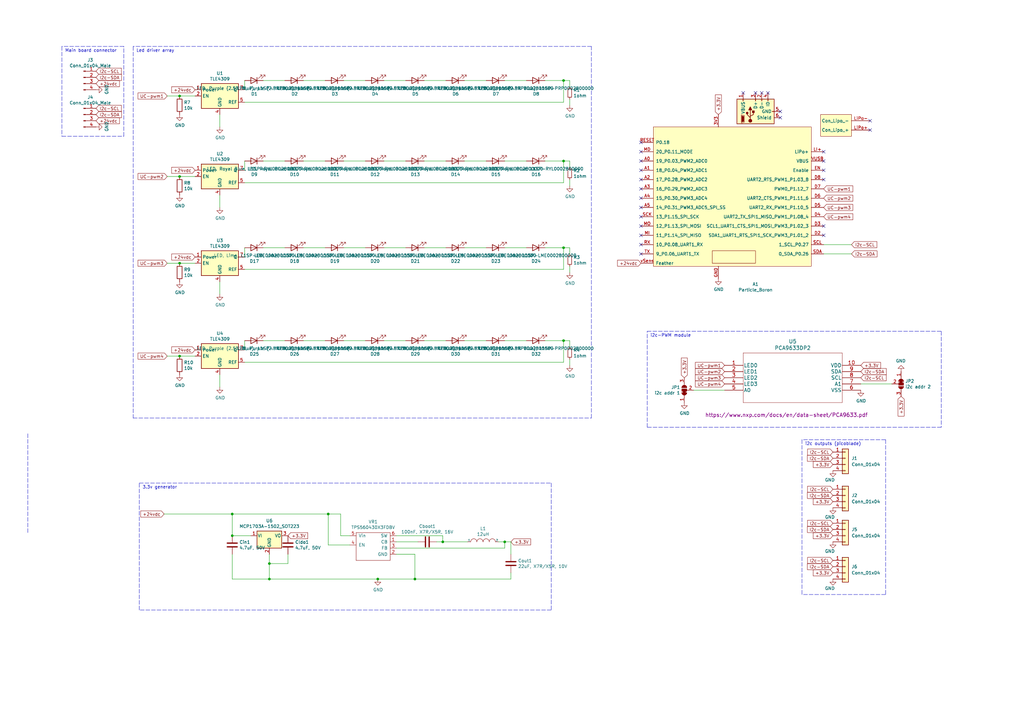
<source format=kicad_sch>
(kicad_sch (version 20231120) (generator "eeschema") (generator_version "8.0")
  (paper "A3")
  (title_block (title "Horticulture LED") (date "2021-06-15") (rev "3.4.0") (company "Horticulture project"))
  (lib_symbols
    (symbol "Connector:Conn_01x04_Male" (pin_names (offset 1.016) hide)
      (property "Reference" "J" (at 0 5.08 0))
      (property "Value" "Conn_01x04_Male" (at 0 -7.62 0))
      (symbol "Conn_01x04_Male_1_1"
        (pin passive line (at 5.08 2.54 180) (length 3.81) (name "Pin_1") (number "1"))
        (pin passive line (at 5.08 0 180) (length 3.81) (name "Pin_2") (number "2"))
        (pin passive line (at 5.08 -2.54 180) (length 3.81) (name "Pin_3") (number "3"))
        (pin passive line (at 5.08 -5.08 180) (length 3.81) (name "Pin_4") (number "4"))
      )
    )
    (symbol "Connector_Generic:Conn_01x04" (pin_names (offset 1.016) hide)
      (property "Reference" "J" (at 0 5.08 0))
      (property "Value" "Conn_01x04" (at 0 -7.62 0))
      (symbol "Conn_01x04_1_1"
        (pin passive line (at -5.08 2.54 0) (length 3.81) (name "Pin_1") (number "1"))
        (pin passive line (at -5.08 0 0) (length 3.81) (name "Pin_2") (number "2"))
        (pin passive line (at -5.08 -2.54 0) (length 3.81) (name "Pin_3") (number "3"))
        (pin passive line (at -5.08 -5.08 0) (length 3.81) (name "Pin_4") (number "4"))
      )
    )
    (symbol "Device:C" (pin_numbers hide) (pin_names (offset 0.254))
      (property "Reference" "C" (at 0.635 2.54 0))
      (property "Value" "C" (at 0.635 -2.54 0))
      (symbol "C_1_1"
        (pin passive line (at 0 3.81 270) (length 2.794) (name "~") (number "1"))
        (pin passive line (at 0 -3.81 90) (length 2.794) (name "~") (number "2"))
      )
    )
    (symbol "Device:R" (pin_numbers hide) (pin_names (offset 0))
      (property "Reference" "R" (at 2.032 0 90))
      (property "Value" "R" (at 0 0 90))
      (symbol "R_1_1"
        (pin passive line (at 0 3.81 270) (length 1.27) (name "~") (number "1"))
        (pin passive line (at 0 -3.81 90) (length 1.27) (name "~") (number "2"))
      )
    )
    (symbol "Horticulture-rescue:GND-power-test-rescue" (power) (pin_names (offset 0))
      (property "Value" "GND-power-test-rescue" (at 0 -3.81 0))
      (symbol "GND-power-test-rescue_1_1"
        (pin power_in line (at 0 0 270) (length 0) hide (name "GND") (number "1"))
      )
    )
    (symbol "Horticulture-rescue:LED-Device-test-rescue" (pin_numbers hide) (pin_names (offset 1.016) hide)
      (property "Reference" "D" (at 0 2.54 0))
      (property "Value" "LED-Device-test-rescue" (at 0 -2.54 0))
      (symbol "LED-Device-test-rescue_1_1"
        (pin passive line (at -3.81 0 0) (length 2.54) (name "K") (number "1"))
        (pin passive line (at 3.81 0 180) (length 2.54) (name "A") (number "2"))
      )
    )
    (symbol "Horticulture-rescue:R_Small-Device-test-rescue" (pin_numbers hide) (pin_names (offset 0.254) hide)
      (property "Reference" "R" (at 0.762 0.508 0))
      (property "Value" "R_Small-Device-test-rescue" (at 0.762 -1.016 0))
      (symbol "R_Small-Device-test-rescue_1_1"
        (pin passive line (at 0 2.54 270) (length 0.762) (name "~") (number "1"))
        (pin passive line (at 0 -2.54 90) (length 0.762) (name "~") (number "2"))
      )
    )
    (symbol "Horticulture-rescue:TLE4309-Driver_LED-test-rescue"
      (property "Reference" "U" (at -7.62 6.35 0))
      (property "Value" "TLE4309-Driver_LED-test-rescue" (at 7.62 6.35 0))
      (symbol "TLE4309-Driver_LED-test-rescue_1_0"
        (pin power_in line (at -10.16 2.54 0) (length 2.54) (name "Power") (number "1"))
        (pin input line (at -10.16 0 0) (length 2.54) (name "EN") (number "2"))
        (pin power_in line (at 0 -7.62 90) (length 2.54) (name "GND") (number "4"))
        (pin input line (at 10.16 -2.54 180) (length 2.54) (name "REF") (number "5"))
        (pin power_out line (at 10.16 2.54 180) (length 2.54) (name "Q") (number "7"))
      )
    )
    (symbol "Horticulture-rescue:TPS560430X3FDBV-Regulator_Switching" (pin_names (offset 1.016))
      (property "Reference" "VR" (at 0 0 0))
      (property "Value" "TPS560430X3FDBV-Regulator_Switching" (at 0 2.54 0))
      (symbol "TPS560430X3FDBV-Regulator_Switching_1_1"
        (pin input line (at 8.89 -5.08 180) (length 2.54) (name "CB") (number "1"))
        (pin input line (at 8.89 -10.16 180) (length 2.54) (name "GND") (number "2"))
        (pin input line (at 8.89 -7.62 180) (length 2.54) (name "FB") (number "3"))
        (pin input line (at -10.16 -6.35 0) (length 2.54) (name "EN") (number "4"))
        (pin input line (at -10.16 -2.54 0) (length 2.54) (name "Vin") (number "5"))
        (pin input line (at 8.89 -2.54 180) (length 2.54) (name "SW") (number "6"))
      )
    )
    (symbol "Horticulture-rescue:nrf-led-feather-rescue_PCA9633DP2-i2c-led-feather-cache" (pin_names (offset 0.254))
      (property "Reference" "U" (at 27.94 10.16 0))
      (property "Value" "nrf-led-feather-rescue_PCA9633DP2-i2c-led-feather-cache" (at 27.94 7.62 0))
      (symbol "nrf-led-feather-rescue_PCA9633DP2-i2c-led-feather-cache_1_1"
        (pin unspecified line (at 0 0 0) (length 7.62) (name "LED0") (number "1"))
        (pin unspecified line (at 55.88 0 180) (length 7.62) (name "VDD") (number "10"))
        (pin unspecified line (at 0 -2.54 0) (length 7.62) (name "LED1") (number "2"))
        (pin unspecified line (at 0 -5.08 0) (length 7.62) (name "LED2") (number "3"))
        (pin unspecified line (at 0 -7.62 0) (length 7.62) (name "LED3") (number "4"))
        (pin unspecified line (at 0 -10.16 0) (length 7.62) (name "A0") (number "5"))
        (pin unspecified line (at 55.88 -10.16 180) (length 7.62) (name "VSS") (number "6"))
        (pin unspecified line (at 55.88 -7.62 180) (length 7.62) (name "A1") (number "7"))
        (pin unspecified line (at 55.88 -5.08 180) (length 7.62) (name "SCL") (number "8"))
        (pin unspecified line (at 55.88 -2.54 180) (length 7.62) (name "SDA") (number "9"))
      )
    )
    (symbol "Jumper:SolderJumper_3_Bridged12" (pin_names (offset 0) hide)
      (property "Reference" "JP" (at -2.54 -2.54 0))
      (property "Value" "SolderJumper_3_Bridged12" (at 0 2.794 0))
      (symbol "SolderJumper_3_Bridged12_1_1"
        (pin passive line (at -5.08 0 0) (length 2.54) (name "A") (number "1"))
        (pin passive line (at 0 -3.81 90) (length 2.54) (name "C") (number "2"))
        (pin passive line (at 5.08 0 180) (length 2.54) (name "B") (number "3"))
      )
    )
    (symbol "Regulator_Linear:MCP1703A-1502_SOT223" (pin_names (offset 0.254))
      (property "Reference" "U" (at -3.81 3.175 0))
      (property "Value" "MCP1703A-1502_SOT223" (at 0 3.175 0))
      (symbol "MCP1703A-1502_SOT223_1_1"
        (pin power_in line (at -7.62 0 0) (length 2.54) (name "VI") (number "1"))
        (pin power_in line (at 0 -7.62 90) (length 2.54) (name "GND") (number "2"))
        (pin power_out line (at 7.62 0 180) (length 2.54) (name "VO") (number "3"))
      )
    )
    (symbol "particle:Particle_Boron" (pin_names (offset 1.016))
      (property "Reference" "A" (at -21.59 29.21 0))
      (property "Value" "Particle_Boron" (at 1.27 -27.94 0))
      (symbol "Particle_Boron_1_1"
        (pin power_out line (at 5.08 39.37 270) (length 2.54) (name "VBUS") (number "1"))
        (pin passive line (at 12.7 39.37 270) (length 2.54) (name "D-") (number "2"))
        (pin passive line (at 10.16 39.37 270) (length 2.54) (name "D+") (number "3"))
        (pin power_in line (at -5.08 30.48 270) (length 5.08) (name "~") (number "3V3"))
        (pin passive line (at 15.24 39.37 270) (length 2.54) (name "ID") (number "4"))
        (pin power_out line (at 20.32 31.75 180) (length 2.54) (name "GND") (number "5"))
        (pin passive line (at 20.32 29.21 180) (length 2.54) (name "Shield") (number "6"))
        (pin bidirectional line (at -36.83 11.43 0) (length 5.08) (name "19_P0.03_PWM2_ADC0") (number "A0"))
        (pin bidirectional line (at -36.83 7.62 0) (length 5.08) (name "18_P0.04_PWM2_ADC1") (number "A1"))
        (pin bidirectional line (at -36.83 3.81 0) (length 5.08) (name "17_P0.28_PWM2_ADC2") (number "A2"))
        (pin bidirectional line (at -36.83 0 0) (length 5.08) (name "16_P0.29_PWM2_ADC3") (number "A3"))
        (pin bidirectional line (at -36.83 -3.81 0) (length 5.08) (name "15_P0.30_PWM3_ADC4") (number "A4"))
        (pin bidirectional line (at -36.83 -7.62 0) (length 5.08) (name "14_P0.31_PWM3_ADC5_SPI_SS") (number "A5"))
        (pin bidirectional line (at 38.1 -19.05 180) (length 5.08) (name "SDA1_UART1_RTS_SPI1_SCK_PWM3_P1.01_2") (number "D2"))
        (pin bidirectional line (at 38.1 -15.24 180) (length 5.08) (name "SCL1_UART1_CTS_SPI1_MOSI_PWM3_P1.02_3") (number "D3"))
        (pin bidirectional line (at 38.1 -11.43 180) (length 5.08) (name "UART2_TX_SPI1_MISO_PWM1_P1.08_4") (number "D4"))
        (pin bidirectional line (at 38.1 -7.62 180) (length 5.08) (name "UART2_RX_PWM1_P1.10_5") (number "D5"))
        (pin bidirectional line (at 38.1 -3.81 180) (length 5.08) (name "UART2_CTS_PWM1_P1.11_6") (number "D6"))
        (pin bidirectional line (at 38.1 0 180) (length 5.08) (name "PWM0_P1.12_7") (number "D7"))
        (pin bidirectional line (at 38.1 3.81 180) (length 5.08) (name "UART2_RTS_PWM1_P1.03_8") (number "D8"))
        (pin passive line (at 38.1 7.62 180) (length 5.08) (name "Enable") (number "EN"))
        (pin power_in line (at -5.08 -36.83 90) (length 5.08) (name "~") (number "GND"))
        (pin power_in line (at 38.1 15.24 180) (length 5.08) (name "LiPo+") (number "LI+"))
        (pin passive line (at 57.15 24.13 180) (length 7.62) (name "Con_Lipo_+") (number "LiPo+"))
        (pin passive line (at 57.15 27.94 180) (length 7.62) (name "Con_Lipo_-") (number "LiPo-"))
        (pin passive line (at -36.83 15.24 0) (length 5.08) (name "20_P0.11_MODE") (number "MD"))
        (pin bidirectional line (at -36.83 -19.05 0) (length 5.08) (name "11_P1.14_SPI_MISO") (number "MI"))
        (pin bidirectional line (at -36.83 -15.24 0) (length 5.08) (name "12_P1.13_SPI_MOSI") (number "MO"))
        (pin passive line (at -36.83 19.05 0) (length 5.08) (name "P0.18") (number "RESET"))
        (pin input line (at -36.83 -22.86 0) (length 5.08) (name "10_P0.08_UART1_RX") (number "RX"))
        (pin bidirectional line (at -36.83 -11.43 0) (length 5.08) (name "13_P1.15_SPI_SCK") (number "SCK"))
        (pin bidirectional line (at 38.1 -22.86 180) (length 5.08) (name "1_SCL_P0.27") (number "SCL"))
        (pin bidirectional line (at 38.1 -26.67 180) (length 5.08) (name "0_SDA_P0.26") (number "SDA"))
        (pin output line (at -36.83 -26.67 0) (length 5.08) (name "9_P0.06_UART1_TX") (number "TX"))
        (pin power_in line (at 38.1 11.43 180) (length 5.08) (name "VBUS") (number "VUSB"))
        (pin input line (at -36.83 -30.48 0) (length 5.08) (name "Feather") (number "vSens"))
      )
    )
    (symbol "power:GND" (power) (pin_names (offset 0))
      (property "Value" "GND" (at 0 -3.81 0))
      (symbol "GND_1_1"
        (pin power_in line (at 0 0 270) (length 0) hide (name "GND") (number "1"))
      )
    )
    (symbol "pspice:INDUCTOR" (pin_numbers hide) (pin_names (offset 0))
      (property "Reference" "L" (at 0 2.54 0))
      (property "Value" "INDUCTOR" (at 0 -1.27 0))
      (symbol "INDUCTOR_1_1"
        (pin input line (at -6.35 0 0) (length 1.27) (name "1") (number "1"))
        (pin input line (at 6.35 0 180) (length 1.27) (name "2") (number "2"))
      )
    )
  )
  (junction (at 170.18 237.49))
  (junction (at 231.14 33.02))
  (junction (at 73.66 39.37))
  (junction (at 231.14 66.04))
  (junction (at 73.66 146.05))
  (junction (at 231.14 139.7))
  (junction (at 95.25 219.71))
  (junction (at 73.66 107.95))
  (junction (at 95.25 210.82))
  (junction (at 207.01 222.25))
  (junction (at 231.14 101.6))
  (junction (at 134.62 210.82))
  (junction (at 73.66 72.39))
  (junction (at 110.49 237.49))
  (junction (at 181.61 222.25))
  (junction (at 110.49 231.14))
  (junction (at 154.94 237.49))
  (no_connect (at 312.42 38.1))
  (no_connect (at 262.89 66.04))
  (no_connect (at 262.89 73.66))
  (no_connect (at 262.89 92.71))
  (no_connect (at 337.82 69.85))
  (no_connect (at 320.04 48.26))
  (no_connect (at 337.82 66.04))
  (no_connect (at 337.82 92.71))
  (no_connect (at 320.04 45.72))
  (no_connect (at 262.89 85.09))
  (no_connect (at 262.89 88.9))
  (no_connect (at 337.82 62.23))
  (no_connect (at 262.89 100.33))
  (no_connect (at 309.88 38.1))
  (no_connect (at 262.89 62.23))
  (no_connect (at 262.89 96.52))
  (no_connect (at 356.87 53.34))
  (no_connect (at 304.8 38.1))
  (no_connect (at 337.82 73.66))
  (no_connect (at 262.89 104.14))
  (no_connect (at 314.96 38.1))
  (no_connect (at 356.87 49.53))
  (no_connect (at 337.82 96.52))
  (no_connect (at 262.89 77.47))
  (no_connect (at 262.89 69.85))
  (no_connect (at 262.89 58.42))
  (no_connect (at 262.89 81.28))
  (wire (pts (xy 100.33 143.51) (xy 100.33 139.7)))
  (polyline (pts (xy 363.22 243.84) (xy 328.93 243.84)) (stroke (width 0) (type dash)))
  (wire (pts (xy 231.14 33.02) (xy 233.68 33.02)))
  (wire (pts (xy 231.14 66.04) (xy 233.68 66.04)))
  (polyline (pts (xy 50.8 19.05) (xy 25.4 19.05)) (stroke (width 0) (type dash)))
  (wire (pts (xy 139.7 219.71) (xy 139.7 210.82)))
  (wire (pts (xy 170.18 237.49) (xy 209.55 237.49)))
  (wire (pts (xy 73.66 107.95) (xy 68.58 107.95)))
  (wire (pts (xy 102.87 219.71) (xy 95.25 219.71)))
  (wire (pts (xy 100.33 110.49) (xy 231.14 110.49)))
  (wire (pts (xy 100.33 69.85) (xy 100.33 66.04)))
  (wire (pts (xy 95.25 210.82) (xy 134.62 210.82)))
  (wire (pts (xy 233.68 109.22) (xy 233.68 111.76)))
  (polyline (pts (xy 11.43 218.44) (xy 11.43 177.8)) (stroke (width 0) (type dash)))
  (wire (pts (xy 73.66 39.37) (xy 68.58 39.37)))
  (wire (pts (xy 231.14 110.49) (xy 231.14 101.6)))
  (wire (pts (xy 231.14 74.93) (xy 231.14 66.04)))
  (wire (pts (xy 190.5 66.04) (xy 199.39 66.04)))
  (wire (pts (xy 100.33 148.59) (xy 231.14 148.59)))
  (wire (pts (xy 90.17 115.57) (xy 90.17 120.65)))
  (wire (pts (xy 337.82 104.14) (xy 349.25 104.14)))
  (polyline (pts (xy 242.57 19.05) (xy 54.61 19.05)) (stroke (width 0) (type dash)))
  (wire (pts (xy 233.68 101.6) (xy 233.68 104.14)))
  (wire (pts (xy 179.07 222.25) (xy 181.61 222.25)))
  (polyline (pts (xy 386.08 175.26) (xy 265.43 175.26)) (stroke (width 0) (type dash)))
  (wire (pts (xy 190.5 33.02) (xy 199.39 33.02)))
  (polyline (pts (xy 25.4 55.88) (xy 50.8 55.88)) (stroke (width 0) (type dash)))
  (wire (pts (xy 233.68 139.7) (xy 233.68 142.24)))
  (wire (pts (xy 133.35 101.6) (xy 124.46 101.6)))
  (wire (pts (xy 80.01 72.39) (xy 73.66 72.39)))
  (wire (pts (xy 118.11 231.14) (xy 110.49 231.14)))
  (wire (pts (xy 162.56 227.33) (xy 170.18 227.33)))
  (wire (pts (xy 181.61 219.71) (xy 181.61 222.25)))
  (wire (pts (xy 223.52 33.02) (xy 231.14 33.02)))
  (wire (pts (xy 233.68 73.66) (xy 233.68 76.2)))
  (wire (pts (xy 162.56 222.25) (xy 171.45 222.25)))
  (wire (pts (xy 67.31 210.82) (xy 95.25 210.82)))
  (wire (pts (xy 118.11 227.33) (xy 118.11 231.14)))
  (wire (pts (xy 149.86 101.6) (xy 140.97 101.6)))
  (wire (pts (xy 207.01 139.7) (xy 215.9 139.7)))
  (polyline (pts (xy 265.43 175.26) (xy 265.43 135.89)) (stroke (width 0) (type dash)))
  (polyline (pts (xy 54.61 171.45) (xy 242.57 171.45)) (stroke (width 0) (type dash)))
  (wire (pts (xy 80.01 146.05) (xy 73.66 146.05)))
  (polyline (pts (xy 242.57 171.45) (xy 242.57 19.05)) (stroke (width 0) (type dash)))
  (wire (pts (xy 140.97 33.02) (xy 149.86 33.02)))
  (wire (pts (xy 207.01 66.04) (xy 215.9 66.04)))
  (polyline (pts (xy 363.22 180.34) (xy 363.22 243.84)) (stroke (width 0) (type dash)))
  (wire (pts (xy 90.17 46.99) (xy 90.17 52.07)))
  (polyline (pts (xy 57.15 250.19) (xy 57.15 198.12)) (stroke (width 0) (type dash)))
  (wire (pts (xy 337.82 100.33) (xy 349.25 100.33)))
  (wire (pts (xy 95.25 210.82) (xy 95.25 219.71)))
  (wire (pts (xy 124.46 33.02) (xy 133.35 33.02)))
  (wire (pts (xy 143.51 219.71) (xy 139.7 219.71)))
  (wire (pts (xy 157.48 139.7) (xy 166.37 139.7)))
  (wire (pts (xy 154.94 237.49) (xy 170.18 237.49)))
  (wire (pts (xy 157.48 33.02) (xy 166.37 33.02)))
  (wire (pts (xy 233.68 40.64) (xy 233.68 43.18)))
  (polyline (pts (xy 265.43 135.89) (xy 386.08 135.89)) (stroke (width 0) (type dash)))
  (wire (pts (xy 233.68 33.02) (xy 233.68 35.56)))
  (wire (pts (xy 365.76 157.48) (xy 353.06 157.48)))
  (polyline (pts (xy 328.93 180.34) (xy 328.93 243.84)) (stroke (width 0) (type dash)))
  (wire (pts (xy 100.33 105.41) (xy 100.33 101.6)))
  (wire (pts (xy 100.33 41.91) (xy 231.14 41.91)))
  (wire (pts (xy 157.48 66.04) (xy 166.37 66.04)))
  (wire (pts (xy 162.56 224.79) (xy 207.01 224.79)))
  (wire (pts (xy 100.33 36.83) (xy 100.33 33.02)))
  (wire (pts (xy 73.66 72.39) (xy 68.58 72.39)))
  (wire (pts (xy 107.95 139.7) (xy 116.84 139.7)))
  (wire (pts (xy 124.46 139.7) (xy 133.35 139.7)))
  (wire (pts (xy 223.52 66.04) (xy 231.14 66.04)))
  (polyline (pts (xy 226.06 198.12) (xy 226.06 250.19)) (stroke (width 0) (type dash)))
  (wire (pts (xy 231.14 101.6) (xy 233.68 101.6)))
  (wire (pts (xy 284.48 160.02) (xy 297.18 160.02)))
  (wire (pts (xy 110.49 231.14) (xy 110.49 237.49)))
  (wire (pts (xy 181.61 222.25) (xy 191.77 222.25)))
  (polyline (pts (xy 25.4 19.05) (xy 25.4 55.88)) (stroke (width 0) (type dash)))
  (wire (pts (xy 223.52 139.7) (xy 231.14 139.7)))
  (wire (pts (xy 209.55 237.49) (xy 209.55 234.95)))
  (polyline (pts (xy 363.22 180.34) (xy 328.93 180.34)) (stroke (width 0) (type dash)))
  (wire (pts (xy 173.99 139.7) (xy 182.88 139.7)))
  (wire (pts (xy 162.56 219.71) (xy 181.61 219.71)))
  (wire (pts (xy 110.49 227.33) (xy 110.49 231.14)))
  (wire (pts (xy 95.25 237.49) (xy 110.49 237.49)))
  (wire (pts (xy 223.52 101.6) (xy 231.14 101.6)))
  (polyline (pts (xy 386.08 135.89) (xy 386.08 175.26)) (stroke (width 0) (type dash)))
  (wire (pts (xy 209.55 222.25) (xy 209.55 227.33)))
  (wire (pts (xy 107.95 33.02) (xy 116.84 33.02)))
  (wire (pts (xy 204.47 222.25) (xy 207.01 222.25)))
  (wire (pts (xy 100.33 74.93) (xy 231.14 74.93)))
  (wire (pts (xy 231.14 41.91) (xy 231.14 33.02)))
  (wire (pts (xy 207.01 33.02) (xy 215.9 33.02)))
  (wire (pts (xy 107.95 66.04) (xy 116.84 66.04)))
  (wire (pts (xy 231.14 139.7) (xy 233.68 139.7)))
  (wire (pts (xy 190.5 139.7) (xy 199.39 139.7)))
  (polyline (pts (xy 226.06 250.19) (xy 57.15 250.19)) (stroke (width 0) (type dash)))
  (wire (pts (xy 207.01 222.25) (xy 209.55 222.25)))
  (wire (pts (xy 134.62 223.52) (xy 143.51 223.52)))
  (wire (pts (xy 182.88 101.6) (xy 173.99 101.6)))
  (wire (pts (xy 233.68 66.04) (xy 233.68 68.58)))
  (wire (pts (xy 90.17 153.67) (xy 90.17 158.75)))
  (wire (pts (xy 124.46 66.04) (xy 133.35 66.04)))
  (wire (pts (xy 170.18 227.33) (xy 170.18 237.49)))
  (wire (pts (xy 134.62 210.82) (xy 134.62 223.52)))
  (wire (pts (xy 140.97 139.7) (xy 149.86 139.7)))
  (polyline (pts (xy 54.61 19.05) (xy 54.61 171.45)) (stroke (width 0) (type dash)))
  (wire (pts (xy 207.01 224.79) (xy 207.01 222.25)))
  (wire (pts (xy 90.17 80.01) (xy 90.17 85.09)))
  (wire (pts (xy 73.66 146.05) (xy 68.58 146.05)))
  (wire (pts (xy 173.99 66.04) (xy 182.88 66.04)))
  (wire (pts (xy 80.01 39.37) (xy 73.66 39.37)))
  (wire (pts (xy 215.9 101.6) (xy 207.01 101.6)))
  (wire (pts (xy 166.37 101.6) (xy 157.48 101.6)))
  (wire (pts (xy 173.99 33.02) (xy 182.88 33.02)))
  (polyline (pts (xy 57.15 198.12) (xy 226.06 198.12)) (stroke (width 0) (type dash)))
  (wire (pts (xy 233.68 147.32) (xy 233.68 149.86)))
  (wire (pts (xy 231.14 148.59) (xy 231.14 139.7)))
  (polyline (pts (xy 50.8 55.88) (xy 50.8 19.05)) (stroke (width 0) (type dash)))
  (wire (pts (xy 110.49 237.49) (xy 154.94 237.49)))
  (wire (pts (xy 139.7 210.82) (xy 134.62 210.82)))
  (wire (pts (xy 80.01 107.95) (xy 73.66 107.95)))
  (wire (pts (xy 199.39 101.6) (xy 190.5 101.6)))
  (wire (pts (xy 95.25 237.49) (xy 95.25 227.33)))
  (wire (pts (xy 116.84 101.6) (xy 107.95 101.6)))
  (wire (pts (xy 140.97 66.04) (xy 149.86 66.04)))
  (text "i2c-PWM module" (at 266.7 138.43 0) (effects (font (size 1.27 1.27)) (justify left bottom)))
  (text "Main board connector" (at 26.67 21.59 0) (effects (font (size 1.27 1.27)) (justify left bottom)))
  (text "i2c outputs (picoblade)" (at 330.2 182.88 0) (effects (font (size 1.27 1.27)) (justify left bottom)))
  (text "3.3v generator" (at 58.42 200.66 0) (effects (font (size 1.27 1.27)) (justify left bottom)))
  (text "Led driver array" (at 55.88 21.59 0) (effects (font (size 1.27 1.27)) (justify left bottom)))
  (global_label "UC-pwm4" (shape input) (at 68.58 146.05 180) (property "Intersheetrefs" "${INTERSHEET_REFS}" (effects (hide yes))))
  (global_label "UC-pwm3" (shape input) (at 68.58 107.95 180) (property "Intersheetrefs" "${INTERSHEET_REFS}" (effects (hide yes))))
  (global_label "+24vdc" (shape input) (at 80.01 36.83 180) (property "Intersheetrefs" "${INTERSHEET_REFS}" (effects (hide yes))))
  (global_label "+3.3V" (shape input) (at 341.63 205.74 180) (property "Intersheetrefs" "${INTERSHEET_REFS}" (effects (hide yes))))
  (global_label "I2c-SDA" (shape input) (at 349.25 104.14 0) (property "Intersheetrefs" "${INTERSHEET_REFS}" (effects (hide yes))))
  (global_label "+24vdc" (shape input) (at 80.01 69.85 180) (property "Intersheetrefs" "${INTERSHEET_REFS}" (effects (hide yes))))
  (global_label "+3.3V" (shape input) (at 341.63 234.95 180) (property "Intersheetrefs" "${INTERSHEET_REFS}" (effects (hide yes))))
  (global_label "UC-pwm3" (shape input) (at 297.18 154.94 180) (property "Intersheetrefs" "${INTERSHEET_REFS}" (effects (hide yes))))
  (global_label "+24vdc" (shape input) (at 39.37 49.53 0) (property "Intersheetrefs" "${INTERSHEET_REFS}" (effects (hide yes))))
  (global_label "+24vdc" (shape input) (at 67.31 210.82 180) (property "Intersheetrefs" "${INTERSHEET_REFS}" (effects (hide yes))))
  (global_label "I2c-SCL" (shape input) (at 39.37 44.45 0) (property "Intersheetrefs" "${INTERSHEET_REFS}" (effects (hide yes))))
  (global_label "UC-pwm1" (shape input) (at 68.58 39.37 180) (property "Intersheetrefs" "${INTERSHEET_REFS}" (effects (hide yes))))
  (global_label "I2c-SDA" (shape input) (at 341.63 217.17 180) (property "Intersheetrefs" "${INTERSHEET_REFS}" (effects (hide yes))))
  (global_label "+3.3V" (shape input) (at 369.57 162.56 270) (property "Intersheetrefs" "${INTERSHEET_REFS}" (effects (hide yes))))
  (global_label "UC-pwm4" (shape input) (at 337.82 88.9 0) (property "Intersheetrefs" "${INTERSHEET_REFS}" (effects (hide yes))))
  (global_label "I2c-SCL" (shape input) (at 341.63 214.63 180) (property "Intersheetrefs" "${INTERSHEET_REFS}" (effects (hide yes))))
  (global_label "UC-pwm1" (shape input) (at 337.82 77.47 0) (property "Intersheetrefs" "${INTERSHEET_REFS}" (effects (hide yes))))
  (global_label "I2c-SDA" (shape input) (at 341.63 203.2 180) (property "Intersheetrefs" "${INTERSHEET_REFS}" (effects (hide yes))))
  (global_label "+24vdc" (shape input) (at 262.89 107.95 180) (property "Intersheetrefs" "${INTERSHEET_REFS}" (effects (hide yes))))
  (global_label "I2c-SDA" (shape input) (at 353.06 152.4 0) (property "Intersheetrefs" "${INTERSHEET_REFS}" (effects (hide yes))))
  (global_label "+3.3V" (shape input) (at 353.06 149.86 0) (property "Intersheetrefs" "${INTERSHEET_REFS}" (effects (hide yes))))
  (global_label "I2c-SCL" (shape input) (at 353.06 154.94 0) (property "Intersheetrefs" "${INTERSHEET_REFS}" (effects (hide yes))))
  (global_label "+3.3V" (shape input) (at 209.55 222.25 0) (property "Intersheetrefs" "${INTERSHEET_REFS}" (effects (hide yes))))
  (global_label "I2c-SCL" (shape input) (at 341.63 185.42 180) (property "Intersheetrefs" "${INTERSHEET_REFS}" (effects (hide yes))))
  (global_label "+3.3V" (shape input) (at 341.63 219.71 180) (property "Intersheetrefs" "${INTERSHEET_REFS}" (effects (hide yes))))
  (global_label "UC-pwm2" (shape input) (at 337.82 81.28 0) (property "Intersheetrefs" "${INTERSHEET_REFS}" (effects (hide yes))))
  (global_label "I2c-SCL" (shape input) (at 39.37 29.21 0) (property "Intersheetrefs" "${INTERSHEET_REFS}" (effects (hide yes))))
  (global_label "+3.3V" (shape input) (at 280.67 154.94 90) (property "Intersheetrefs" "${INTERSHEET_REFS}" (effects (hide yes))))
  (global_label "I2c-SDA" (shape input) (at 341.63 187.96 180) (property "Intersheetrefs" "${INTERSHEET_REFS}" (effects (hide yes))))
  (global_label "I2c-SDA" (shape input) (at 39.37 31.75 0) (property "Intersheetrefs" "${INTERSHEET_REFS}" (effects (hide yes))))
  (global_label "UC-pwm1" (shape input) (at 297.18 149.86 180) (property "Intersheetrefs" "${INTERSHEET_REFS}" (effects (hide yes))))
  (global_label "+3.3V" (shape input) (at 294.64 46.99 90) (property "Intersheetrefs" "${INTERSHEET_REFS}" (effects (hide yes))))
  (global_label "I2c-SDA" (shape input) (at 341.63 232.41 180) (property "Intersheetrefs" "${INTERSHEET_REFS}" (effects (hide yes))))
  (global_label "I2c-SCL" (shape input) (at 341.63 229.87 180) (property "Intersheetrefs" "${INTERSHEET_REFS}" (effects (hide yes))))
  (global_label "+3.3V" (shape input) (at 118.11 219.71 0) (property "Intersheetrefs" "${INTERSHEET_REFS}" (effects (hide yes))))
  (global_label "UC-pwm3" (shape input) (at 337.82 85.09 0) (property "Intersheetrefs" "${INTERSHEET_REFS}" (effects (hide yes))))
  (global_label "+24vdc" (shape input) (at 80.01 105.41 180) (property "Intersheetrefs" "${INTERSHEET_REFS}" (effects (hide yes))))
  (global_label "+24vdc" (shape input) (at 80.01 143.51 180) (property "Intersheetrefs" "${INTERSHEET_REFS}" (effects (hide yes))))
  (global_label "I2c-SDA" (shape input) (at 39.37 46.99 0) (property "Intersheetrefs" "${INTERSHEET_REFS}" (effects (hide yes))))
  (global_label "UC-pwm2" (shape input) (at 68.58 72.39 180) (property "Intersheetrefs" "${INTERSHEET_REFS}" (effects (hide yes))))
  (global_label "UC-pwm2" (shape input) (at 297.18 152.4 180) (property "Intersheetrefs" "${INTERSHEET_REFS}" (effects (hide yes))))
  (global_label "+24vdc" (shape input) (at 39.37 34.29 0) (property "Intersheetrefs" "${INTERSHEET_REFS}" (effects (hide yes))))
  (global_label "I2c-SCL" (shape input) (at 341.63 200.66 180) (property "Intersheetrefs" "${INTERSHEET_REFS}" (effects (hide yes))))
  (global_label "I2c-SCL" (shape input) (at 349.25 100.33 0) (property "Intersheetrefs" "${INTERSHEET_REFS}" (effects (hide yes))))
  (global_label "UC-pwm4" (shape input) (at 297.18 157.48 180) (property "Intersheetrefs" "${INTERSHEET_REFS}" (effects (hide yes))))
  (global_label "+3.3V" (shape input) (at 341.63 190.5 180) (property "Intersheetrefs" "${INTERSHEET_REFS}" (effects (hide yes))))
  (symbol (lib_id "Horticulture-rescue:GND-power-test-rescue") (at 233.68 149.86 0) (unit 1)
    (property "Reference" "#PWR0102" (effects (hide yes)))
    (property "Value" "GND" (at 233.807 154.2542 0))
  )
  (symbol (lib_id "Horticulture-rescue:LED-Device-test-rescue") (at 153.67 66.04 180) (unit 1)
    (property "Reference" "D12" (at 153.8478 71.5518 0))
    (property "Value" "LED, Royal Blue, L1SP-RYL0002800000" (at 153.8478 69.2404 0))
    (property "Footprint" "LED_SMD:Sunplus-2835" (effects (hide yes)))
    (property "Datasheet" "https://lumileds.com/wp-content/uploads/files/DS237-luxeon-sunplus-2835-line-datasheet.pdf" (effects (hide yes)))
  )
  (symbol (lib_id "Horticulture-rescue:LED-Device-test-rescue") (at 137.16 66.04 180) (unit 1)
    (property "Reference" "D11" (at 137.3378 71.5518 0))
    (property "Value" "LED, Royal Blue, L1SP-RYL0002800000" (at 137.3378 69.2404 0))
    (property "Footprint" "LED_SMD:Sunplus-2835" (effects (hide yes)))
    (property "Datasheet" "https://lumileds.com/wp-content/uploads/files/DS237-luxeon-sunplus-2835-line-datasheet.pdf" (effects (hide yes)))
  )
  (symbol (lib_id "Horticulture-rescue:LED-Device-test-rescue") (at 120.65 66.04 180) (unit 1)
    (property "Reference" "D10" (at 120.8278 71.5518 0))
    (property "Value" "LED, Royal Blue, L1SP-RYL0002800000" (at 120.8278 69.2404 0))
    (property "Footprint" "LED_SMD:Sunplus-2835" (effects (hide yes)))
    (property "Datasheet" "https://lumileds.com/wp-content/uploads/files/DS237-luxeon-sunplus-2835-line-datasheet.pdf" (effects (hide yes)))
  )
  (symbol (lib_id "Horticulture-rescue:LED-Device-test-rescue") (at 104.14 66.04 180) (unit 1)
    (property "Reference" "D9" (at 104.3178 71.5518 0))
    (property "Value" "LED, Royal Blue, L1SP-RYL0002800000" (at 104.3178 69.2404 0))
    (property "Footprint" "LED_SMD:Sunplus-2835" (effects (hide yes)))
    (property "Datasheet" "https://lumileds.com/wp-content/uploads/files/DS237-luxeon-sunplus-2835-line-datasheet.pdf" (effects (hide yes)))
  )
  (symbol (lib_id "Horticulture-rescue:LED-Device-test-rescue") (at 219.71 33.02 180) (unit 1)
    (property "Reference" "D8" (at 219.8878 38.5318 0))
    (property "Value" "LED, Purple (2.5% Blue), L1SP-PRP0002800000" (at 219.8878 36.2204 0))
    (property "Footprint" "LED_SMD:Sunplus-2835" (effects (hide yes)))
    (property "Datasheet" "https://lumileds.com/wp-content/uploads/files/DS237-luxeon-sunplus-2835-line-datasheet.pdf" (effects (hide yes)))
  )
  (symbol (lib_id "Horticulture-rescue:LED-Device-test-rescue") (at 203.2 33.02 180) (unit 1)
    (property "Reference" "D7" (at 203.3778 38.5318 0))
    (property "Value" "LED, Purple (2.5% Blue), L1SP-PRP0002800000" (at 203.3778 36.2204 0))
    (property "Footprint" "LED_SMD:Sunplus-2835" (effects (hide yes)))
    (property "Datasheet" "https://lumileds.com/wp-content/uploads/files/DS237-luxeon-sunplus-2835-line-datasheet.pdf" (effects (hide yes)))
  )
  (symbol (lib_id "Horticulture-rescue:LED-Device-test-rescue") (at 120.65 101.6 180) (unit 1)
    (property "Reference" "D18" (at 120.8278 107.1118 0))
    (property "Value" "LED, Lime, L1SP-LME0002800000" (at 120.8278 104.8004 0))
    (property "Footprint" "LED_SMD:Sunplus-2835" (effects (hide yes)))
    (property "Datasheet" "https://lumileds.com/wp-content/uploads/files/DS237-luxeon-sunplus-2835-line-datasheet.pdf" (effects (hide yes)))
  )
  (symbol (lib_id "Horticulture-rescue:LED-Device-test-rescue") (at 104.14 101.6 180) (unit 1)
    (property "Reference" "D17" (at 104.3178 107.1118 0))
    (property "Value" "LED, Lime, L1SP-LME0002800000" (at 104.3178 104.8004 0))
    (property "Footprint" "LED_SMD:Sunplus-2835" (effects (hide yes)))
    (property "Datasheet" "https://lumileds.com/wp-content/uploads/files/DS237-luxeon-sunplus-2835-line-datasheet.pdf" (effects (hide yes)))
  )
  (symbol (lib_id "Horticulture-rescue:LED-Device-test-rescue") (at 219.71 66.04 180) (unit 1)
    (property "Reference" "D16" (at 219.8878 71.5518 0))
    (property "Value" "LED, Royal Blue, L1SP-RYL0002800000" (at 219.8878 69.2404 0))
    (property "Footprint" "LED_SMD:Sunplus-2835" (effects (hide yes)))
    (property "Datasheet" "https://lumileds.com/wp-content/uploads/files/DS237-luxeon-sunplus-2835-line-datasheet.pdf" (effects (hide yes)))
  )
  (symbol (lib_id "Horticulture-rescue:LED-Device-test-rescue") (at 203.2 66.04 180) (unit 1)
    (property "Reference" "D15" (at 203.3778 71.5518 0))
    (property "Value" "LED, Royal Blue, L1SP-RYL0002800000" (at 203.3778 69.2404 0))
    (property "Footprint" "LED_SMD:Sunplus-2835" (effects (hide yes)))
    (property "Datasheet" "https://lumileds.com/wp-content/uploads/files/DS237-luxeon-sunplus-2835-line-datasheet.pdf" (effects (hide yes)))
  )
  (symbol (lib_id "Horticulture-rescue:LED-Device-test-rescue") (at 186.69 66.04 180) (unit 1)
    (property "Reference" "D14" (at 186.8678 71.5518 0))
    (property "Value" "LED, Royal Blue, L1SP-RYL0002800000" (at 186.8678 69.2404 0))
    (property "Footprint" "LED_SMD:Sunplus-2835" (effects (hide yes)))
    (property "Datasheet" "https://lumileds.com/wp-content/uploads/files/DS237-luxeon-sunplus-2835-line-datasheet.pdf" (effects (hide yes)))
  )
  (symbol (lib_id "Horticulture-rescue:LED-Device-test-rescue") (at 170.18 66.04 180) (unit 1)
    (property "Reference" "D13" (at 170.3578 71.5518 0))
    (property "Value" "LED, Royal Blue, L1SP-RYL0002800000" (at 170.3578 69.2404 0))
    (property "Footprint" "LED_SMD:Sunplus-2835" (effects (hide yes)))
    (property "Datasheet" "https://lumileds.com/wp-content/uploads/files/DS237-luxeon-sunplus-2835-line-datasheet.pdf" (effects (hide yes)))
  )
  (symbol (lib_id "Horticulture-rescue:LED-Device-test-rescue") (at 219.71 101.6 180) (unit 1)
    (property "Reference" "D24" (at 219.8878 107.1118 0))
    (property "Value" "LED, Lime, L1SP-LME0002800000" (at 219.8878 104.8004 0))
    (property "Footprint" "LED_SMD:Sunplus-2835" (effects (hide yes)))
    (property "Datasheet" "https://lumileds.com/wp-content/uploads/files/DS237-luxeon-sunplus-2835-line-datasheet.pdf" (effects (hide yes)))
  )
  (symbol (lib_id "Horticulture-rescue:LED-Device-test-rescue") (at 203.2 101.6 180) (unit 1)
    (property "Reference" "D23" (at 203.3778 107.1118 0))
    (property "Value" "LED, Lime, L1SP-LME0002800000" (at 203.3778 104.8004 0))
    (property "Footprint" "LED_SMD:Sunplus-2835" (effects (hide yes)))
    (property "Datasheet" "https://lumileds.com/wp-content/uploads/files/DS237-luxeon-sunplus-2835-line-datasheet.pdf" (effects (hide yes)))
  )
  (symbol (lib_id "Horticulture-rescue:LED-Device-test-rescue") (at 186.69 101.6 180) (unit 1)
    (property "Reference" "D22" (at 186.8678 107.1118 0))
    (property "Value" "LED, Lime, L1SP-LME0002800000" (at 186.8678 104.8004 0))
    (property "Footprint" "LED_SMD:Sunplus-2835" (effects (hide yes)))
    (property "Datasheet" "https://lumileds.com/wp-content/uploads/files/DS237-luxeon-sunplus-2835-line-datasheet.pdf" (effects (hide yes)))
  )
  (symbol (lib_id "Horticulture-rescue:LED-Device-test-rescue") (at 170.18 101.6 180) (unit 1)
    (property "Reference" "D21" (at 170.3578 107.1118 0))
    (property "Value" "LED, Lime, L1SP-LME0002800000" (at 170.3578 104.8004 0))
    (property "Footprint" "LED_SMD:Sunplus-2835" (effects (hide yes)))
    (property "Datasheet" "https://lumileds.com/wp-content/uploads/files/DS237-luxeon-sunplus-2835-line-datasheet.pdf" (effects (hide yes)))
  )
  (symbol (lib_id "Horticulture-rescue:LED-Device-test-rescue") (at 153.67 101.6 180) (unit 1)
    (property "Reference" "D20" (at 153.8478 107.1118 0))
    (property "Value" "LED, Lime, L1SP-LME0002800000" (at 153.8478 104.8004 0))
    (property "Footprint" "LED_SMD:Sunplus-2835" (effects (hide yes)))
    (property "Datasheet" "https://lumileds.com/wp-content/uploads/files/DS237-luxeon-sunplus-2835-line-datasheet.pdf" (effects (hide yes)))
  )
  (symbol (lib_id "Horticulture-rescue:LED-Device-test-rescue") (at 137.16 101.6 180) (unit 1)
    (property "Reference" "D19" (at 137.3378 107.1118 0))
    (property "Value" "LED, Lime, L1SP-LME0002800000" (at 137.3378 104.8004 0))
    (property "Footprint" "LED_SMD:Sunplus-2835" (effects (hide yes)))
    (property "Datasheet" "https://lumileds.com/wp-content/uploads/files/DS237-luxeon-sunplus-2835-line-datasheet.pdf" (effects (hide yes)))
  )
  (symbol (lib_id "Horticulture-rescue:TLE4309-Driver_LED-test-rescue") (at 90.17 146.05 0) (unit 1)
    (property "Reference" "U4" (at 90.17 136.7282 0))
    (property "Value" "TLE4309" (at 90.17 139.0396 0))
    (property "Footprint" "Package_TO_SOT_SMD:TO-263-7_TabPin4" (effects (hide yes)))
    (property "Datasheet" "https://www.st.com/resource/en/datasheet/led5000.pdf" (effects (hide yes)))
    (property "Supplier" "https://no.rs-online.com/web/p/led-driver-ics/0492957/" (effects (hide yes)))
  )
  (symbol (lib_id "Horticulture-rescue:R_Small-Device-test-rescue") (at 233.68 144.78 0) (unit 1)
    (property "Reference" "R4" (at 235.1786 143.6116 0) (effects (justify left)))
    (property "Value" "1ohm" (at 235.1786 145.923 0) (effects (justify left)))
    (property "Footprint" "Resistor_SMD:R_0805_2012Metric" (effects (hide yes)))
  )
  (symbol (lib_id "Horticulture-rescue:GND-power-test-rescue") (at 90.17 158.75 0) (unit 1)
    (property "Reference" "#PWR0101" (effects (hide yes)))
    (property "Value" "GND" (at 90.297 163.1442 0))
  )
  (symbol (lib_id "Horticulture-rescue:GND-power-test-rescue") (at 90.17 120.65 0) (unit 1)
    (property "Reference" "#PWR0103" (effects (hide yes)))
    (property "Value" "GND" (at 90.297 125.0442 0))
  )
  (symbol (lib_id "Horticulture-rescue:R_Small-Device-test-rescue") (at 233.68 106.68 0) (unit 1)
    (property "Reference" "R3" (at 235.1786 105.5116 0) (effects (justify left)))
    (property "Value" "1ohm" (at 235.1786 107.823 0) (effects (justify left)))
    (property "Footprint" "Resistor_SMD:R_0805_2012Metric" (effects (hide yes)))
  )
  (symbol (lib_id "Horticulture-rescue:TLE4309-Driver_LED-test-rescue") (at 90.17 107.95 0) (unit 1)
    (property "Reference" "U3" (at 90.17 98.6282 0))
    (property "Value" "TLE4309" (at 90.17 100.9396 0))
    (property "Footprint" "Package_TO_SOT_SMD:TO-263-7_TabPin4" (effects (hide yes)))
    (property "Datasheet" "https://www.st.com/resource/en/datasheet/led5000.pdf" (effects (hide yes)))
    (property "Supplier" "https://no.rs-online.com/web/p/led-driver-ics/0492957/" (effects (hide yes)))
  )
  (symbol (lib_id "Horticulture-rescue:GND-power-test-rescue") (at 233.68 111.76 0) (unit 1)
    (property "Reference" "#PWR0104" (effects (hide yes)))
    (property "Value" "GND" (at 233.807 116.1542 0))
  )
  (symbol (lib_id "Horticulture-rescue:GND-power-test-rescue") (at 90.17 85.09 0) (unit 1)
    (property "Reference" "#PWR0105" (effects (hide yes)))
    (property "Value" "GND" (at 90.297 89.4842 0))
  )
  (symbol (lib_id "Horticulture-rescue:R_Small-Device-test-rescue") (at 233.68 71.12 0) (unit 1)
    (property "Reference" "R2" (at 235.1786 69.9516 0) (effects (justify left)))
    (property "Value" "1ohm" (at 235.1786 72.263 0) (effects (justify left)))
    (property "Footprint" "Resistor_SMD:R_0805_2012Metric" (effects (hide yes)))
  )
  (symbol (lib_id "Horticulture-rescue:TLE4309-Driver_LED-test-rescue") (at 90.17 72.39 0) (unit 1)
    (property "Reference" "U2" (at 90.17 63.0682 0))
    (property "Value" "TLE4309" (at 90.17 65.3796 0))
    (property "Footprint" "Package_TO_SOT_SMD:TO-263-7_TabPin4" (effects (hide yes)))
    (property "Datasheet" "https://www.st.com/resource/en/datasheet/led5000.pdf" (effects (hide yes)))
    (property "Supplier" "https://no.rs-online.com/web/p/led-driver-ics/0492957/" (effects (hide yes)))
  )
  (symbol (lib_id "Horticulture-rescue:GND-power-test-rescue") (at 233.68 76.2 0) (unit 1)
    (property "Reference" "#PWR0106" (effects (hide yes)))
    (property "Value" "GND" (at 233.807 80.5942 0))
  )
  (symbol (lib_id "Horticulture-rescue:GND-power-test-rescue") (at 90.17 52.07 0) (unit 1)
    (property "Reference" "#PWR0107" (effects (hide yes)))
    (property "Value" "GND" (at 90.297 56.4642 0))
  )
  (symbol (lib_id "Horticulture-rescue:R_Small-Device-test-rescue") (at 233.68 38.1 0) (unit 1)
    (property "Reference" "R1" (at 235.1786 36.9316 0) (effects (justify left)))
    (property "Value" "1ohm" (at 235.1786 39.243 0) (effects (justify left)))
    (property "Footprint" "Resistor_SMD:R_0805_2012Metric" (effects (hide yes)))
  )
  (symbol (lib_id "Horticulture-rescue:TLE4309-Driver_LED-test-rescue") (at 90.17 39.37 0) (unit 1)
    (property "Reference" "U1" (at 90.17 30.0482 0))
    (property "Value" "TLE4309" (at 90.17 32.3596 0))
    (property "Footprint" "Package_TO_SOT_SMD:TO-263-7_TabPin4" (effects (hide yes)))
    (property "Datasheet" "https://www.st.com/resource/en/datasheet/led5000.pdf" (effects (hide yes)))
    (property "Supplier" "https://no.rs-online.com/web/p/led-driver-ics/0492957/" (effects (hide yes)))
  )
  (symbol (lib_id "Horticulture-rescue:GND-power-test-rescue") (at 233.68 43.18 0) (unit 1)
    (property "Reference" "#PWR0108" (effects (hide yes)))
    (property "Value" "GND" (at 233.807 47.5742 0))
  )
  (symbol (lib_id "Horticulture-rescue:LED-Device-test-rescue") (at 186.69 33.02 180) (unit 1)
    (property "Reference" "D6" (at 186.8678 38.5318 0))
    (property "Value" "LED, Purple (2.5% Blue), L1SP-PRP0002800000" (at 186.8678 36.2204 0))
    (property "Footprint" "LED_SMD:Sunplus-2835" (effects (hide yes)))
    (property "Datasheet" "https://lumileds.com/wp-content/uploads/files/DS237-luxeon-sunplus-2835-line-datasheet.pdf" (effects (hide yes)))
  )
  (symbol (lib_id "Horticulture-rescue:LED-Device-test-rescue") (at 170.18 33.02 180) (unit 1)
    (property "Reference" "D5" (at 170.3578 38.5318 0))
    (property "Value" "LED, Purple (2.5% Blue), L1SP-PRP0002800000" (at 170.3578 36.2204 0))
    (property "Footprint" "LED_SMD:Sunplus-2835" (effects (hide yes)))
    (property "Datasheet" "https://lumileds.com/wp-content/uploads/files/DS237-luxeon-sunplus-2835-line-datasheet.pdf" (effects (hide yes)))
  )
  (symbol (lib_id "Horticulture-rescue:LED-Device-test-rescue") (at 153.67 33.02 180) (unit 1)
    (property "Reference" "D4" (at 153.8478 38.5318 0))
    (property "Value" "LED, Purple (2.5% Blue), L1SP-PRP0002800000" (at 153.8478 36.2204 0))
    (property "Footprint" "LED_SMD:Sunplus-2835" (effects (hide yes)))
    (property "Datasheet" "https://lumileds.com/wp-content/uploads/files/DS237-luxeon-sunplus-2835-line-datasheet.pdf" (effects (hide yes)))
  )
  (symbol (lib_id "Horticulture-rescue:LED-Device-test-rescue") (at 137.16 33.02 180) (unit 1)
    (property "Reference" "D3" (at 137.3378 38.5318 0))
    (property "Value" "LED, Purple (2.5% Blue), L1SP-PRP0002800000" (at 137.3378 36.2204 0))
    (property "Footprint" "LED_SMD:Sunplus-2835" (effects (hide yes)))
    (property "Datasheet" "https://lumileds.com/wp-content/uploads/files/DS237-luxeon-sunplus-2835-line-datasheet.pdf" (effects (hide yes)))
  )
  (symbol (lib_id "Horticulture-rescue:LED-Device-test-rescue") (at 120.65 33.02 180) (unit 1)
    (property "Reference" "D2" (at 120.8278 38.5318 0))
    (property "Value" "LED, Purple (2.5% Blue), L1SP-PRP0002800000" (at 120.8278 36.2204 0))
    (property "Footprint" "LED_SMD:Sunplus-2835" (effects (hide yes)))
    (property "Datasheet" "https://lumileds.com/wp-content/uploads/files/DS237-luxeon-sunplus-2835-line-datasheet.pdf" (effects (hide yes)))
  )
  (symbol (lib_id "Horticulture-rescue:LED-Device-test-rescue") (at 104.14 33.02 180) (unit 1)
    (property "Reference" "D1" (at 104.3178 38.5318 0))
    (property "Value" "LED, Purple (2.5% Blue), L1SP-PRP0002800000" (at 104.3178 36.2204 0))
    (property "Footprint" "LED_SMD:Sunplus-2835" (effects (hide yes)))
    (property "Datasheet" "https://lumileds.com/wp-content/uploads/files/DS237-luxeon-sunplus-2835-line-datasheet.pdf" (effects (hide yes)))
  )
  (symbol (lib_id "Connector:Conn_01x04_Male") (at 34.29 31.75 0) (unit 1)
    (property "Reference" "J3" (at 37.0332 24.6126 0))
    (property "Value" "Conn_01x04_Male" (at 37.0332 26.924 0))
    (property "Footprint" "Connector_JST:JST_XH_S4B-XH-A-1_1x04_P2.50mm_Horizontal-SMD" (effects (hide yes)))
  )
  (symbol (lib_id "particle:Particle_Boron") (at 299.72 77.47 0) (unit 1)
    (property "Reference" "A1" (at 309.88 116.5606 0))
    (property "Value" "Particle_Boron" (at 309.88 118.872 0))
    (property "Footprint" "Adafruit_FeatherWing:PCB_FeatherWing" (effects (hide yes)))
  )
  (symbol (lib_id "Connector:Conn_01x04_Male") (at 34.29 46.99 0) (unit 1)
    (property "Reference" "J4" (at 37.0332 39.8526 0))
    (property "Value" "Conn_01x04_Male" (at 37.0332 42.164 0))
    (property "Footprint" "Connector_JST:JST_XH_S4B-XH-A-1_1x04_P2.50mm_Horizontal-SMD" (effects (hide yes)))
  )
  (symbol (lib_id "Horticulture-rescue:GND-power-test-rescue") (at 294.64 114.3 0) (unit 1)
    (property "Reference" "#PWR0113" (effects (hide yes)))
    (property "Value" "GND" (at 294.767 118.6942 0))
  )
  (symbol (lib_id "Device:R") (at 73.66 149.86 0) (unit 1)
    (property "Reference" "R10" (at 75.438 148.6916 0) (effects (justify left)))
    (property "Value" "10k" (at 75.438 151.003 0) (effects (justify left)))
    (property "Footprint" "Resistor_SMD:R_0402_1005Metric" (effects (hide yes)))
  )
  (symbol (lib_id "Device:R") (at 73.66 111.76 0) (unit 1)
    (property "Reference" "R9" (at 75.438 110.5916 0) (effects (justify left)))
    (property "Value" "10k" (at 75.438 112.903 0) (effects (justify left)))
    (property "Footprint" "Resistor_SMD:R_0402_1005Metric" (effects (hide yes)))
  )
  (symbol (lib_id "Device:R") (at 73.66 76.2 0) (unit 1)
    (property "Reference" "R8" (at 75.438 75.0316 0) (effects (justify left)))
    (property "Value" "10k" (at 75.438 77.343 0) (effects (justify left)))
    (property "Footprint" "Resistor_SMD:R_0402_1005Metric" (effects (hide yes)))
  )
  (symbol (lib_id "Device:R") (at 73.66 43.18 0) (unit 1)
    (property "Reference" "R7" (at 75.438 42.0116 0) (effects (justify left)))
    (property "Value" "10k" (at 75.438 44.323 0) (effects (justify left)))
    (property "Footprint" "Resistor_SMD:R_0402_1005Metric" (effects (hide yes)))
  )
  (symbol (lib_id "power:GND") (at 73.66 153.67 0) (unit 1)
    (property "Reference" "#PWR0114" (effects (hide yes)))
    (property "Value" "GND" (at 73.787 158.0642 0))
  )
  (symbol (lib_id "power:GND") (at 73.66 115.57 0) (unit 1)
    (property "Reference" "#PWR0123" (effects (hide yes)))
    (property "Value" "GND" (at 73.787 119.9642 0))
  )
  (symbol (lib_id "power:GND") (at 73.66 80.01 0) (unit 1)
    (property "Reference" "#PWR0124" (effects (hide yes)))
    (property "Value" "GND" (at 73.787 84.4042 0))
  )
  (symbol (lib_id "power:GND") (at 73.66 46.99 0) (unit 1)
    (property "Reference" "#PWR0125" (effects (hide yes)))
    (property "Value" "GND" (at 73.787 51.3842 0))
  )
  (symbol (lib_id "Horticulture-rescue:TPS560430X3FDBV-Regulator_Switching") (at 153.67 217.17 0) (unit 1)
    (property "Reference" "VR1" (at 153.035 213.995 0))
    (property "Value" "TPS560430X3FDBV" (at 153.035 216.3064 0))
    (property "Footprint" "Package_TO_SOT_SMD:SOT-23-6" (effects (hide yes)))
    (property "Datasheet" "https://www.ti.com/lit/ds/symlink/tps560430.pdf" (effects (hide yes)))
    (property "Supplier" "https://www.digikey.no/product-detail/no/texas-instruments/TPS560430X3FDBVR/296-51994-1-ND/9746357" (effects (hide yes)))
  )
  (symbol (lib_id "Device:C") (at 95.25 223.52 0) (unit 1)
    (property "Reference" "Cin1" (at 98.171 222.3516 0) (effects (justify left)))
    (property "Value" "4.7uF, 50V" (at 98.171 224.663 0) (effects (justify left)))
    (property "Footprint" "Capacitor_SMD:C_1206_3216Metric" (effects (hide yes)))
  )
  (symbol (lib_id "Device:C") (at 175.26 222.25 270) (unit 1)
    (property "Reference" "Cboot1" (at 175.26 215.8492 90))
    (property "Value" "100nF, X7R/X5R, 16V" (at 175.26 218.1606 90))
    (property "Footprint" "Capacitor_SMD:C_0805_2012Metric" (effects (hide yes)))
  )
  (symbol (lib_id "Device:C") (at 209.55 231.14 0) (unit 1)
    (property "Reference" "Cout1" (at 212.471 229.9716 0) (effects (justify left)))
    (property "Value" "22uF, X7R/X5R, 10V" (at 212.471 232.283 0) (effects (justify left)))
    (property "Footprint" "Capacitor_SMD:C_0805_2012Metric" (effects (hide yes)))
  )
  (symbol (lib_id "pspice:INDUCTOR") (at 198.12 222.25 0) (unit 1)
    (property "Reference" "L1" (at 198.12 216.789 0))
    (property "Value" "12uH" (at 198.12 219.1004 0))
    (property "Footprint" "Inductor_SMD:IND_SDR0403-120ML" (effects (hide yes)))
  )
  (symbol (lib_id "power:GND") (at 154.94 237.49 0) (unit 1)
    (property "Reference" "#PWR0115" (effects (hide yes)))
    (property "Value" "GND" (at 155.067 241.8842 0))
  )
  (symbol (lib_id "power:GND") (at 39.37 52.07 90) (unit 1)
    (property "Reference" "#PWR0127" (effects (hide yes)))
    (property "Value" "GND" (at 43.7642 51.943 0))
  )
  (symbol (lib_id "power:GND") (at 39.37 36.83 90) (unit 1)
    (property "Reference" "#PWR0128" (effects (hide yes)))
    (property "Value" "GND" (at 43.7642 36.703 0))
  )
  (symbol (lib_id "Horticulture-rescue:LED-Device-test-rescue") (at 104.14 139.7 180) (unit 1)
    (property "Reference" "D25" (at 104.3178 145.2118 0))
    (property "Value" "LED, Purple (2.5% Blue), L1SP-PRP0002800000" (at 104.3178 142.9004 0))
    (property "Footprint" "LED_SMD:Sunplus-2835" (effects (hide yes)))
    (property "Datasheet" "https://lumileds.com/wp-content/uploads/files/DS237-luxeon-sunplus-2835-line-datasheet.pdf" (effects (hide yes)))
  )
  (symbol (lib_id "Horticulture-rescue:nrf-led-feather-rescue_PCA9633DP2-i2c-led-feather-cache") (at 297.18 149.86 0) (unit 1)
    (property "Reference" "U5" (at 325.12 140.0302 0) (effects (font (size 1.524 1.524))))
    (property "Value" "PCA9633DP2" (at 325.12 142.7226 0) (effects (font (size 1.524 1.524))))
    (property "Footprint" "Package_TO_SOT_SMD:SOT-552-1-nxp" (effects (hide yes)))
    (property "Datasheet" "https://www.nxp.com/docs/en/data-sheet/PCA9633.pdf" (at 322.58 170.18 0) (effects (font (size 1.524 1.524))))
  )
  (symbol (lib_id "Horticulture-rescue:LED-Device-test-rescue") (at 120.65 139.7 180) (unit 1)
    (property "Reference" "D26" (at 120.8278 145.2118 0))
    (property "Value" "LED, Purple (2.5% Blue), L1SP-PRP0002800000" (at 120.8278 142.9004 0))
    (property "Footprint" "LED_SMD:Sunplus-2835" (effects (hide yes)))
    (property "Datasheet" "https://lumileds.com/wp-content/uploads/files/DS237-luxeon-sunplus-2835-line-datasheet.pdf" (effects (hide yes)))
  )
  (symbol (lib_id "Horticulture-rescue:LED-Device-test-rescue") (at 137.16 139.7 180) (unit 1)
    (property "Reference" "D27" (at 137.3378 145.2118 0))
    (property "Value" "LED, Purple (2.5% Blue), L1SP-PRP0002800000" (at 137.3378 142.9004 0))
    (property "Footprint" "LED_SMD:Sunplus-2835" (effects (hide yes)))
    (property "Datasheet" "https://lumileds.com/wp-content/uploads/files/DS237-luxeon-sunplus-2835-line-datasheet.pdf" (effects (hide yes)))
  )
  (symbol (lib_id "Horticulture-rescue:LED-Device-test-rescue") (at 153.67 139.7 180) (unit 1)
    (property "Reference" "D28" (at 153.8478 145.2118 0))
    (property "Value" "LED, Purple (2.5% Blue), L1SP-PRP0002800000" (at 153.8478 142.9004 0))
    (property "Footprint" "LED_SMD:Sunplus-2835" (effects (hide yes)))
    (property "Datasheet" "https://lumileds.com/wp-content/uploads/files/DS237-luxeon-sunplus-2835-line-datasheet.pdf" (effects (hide yes)))
  )
  (symbol (lib_id "Horticulture-rescue:GND-power-test-rescue") (at 353.06 160.02 0) (unit 1)
    (property "Reference" "#PWR0116" (effects (hide yes)))
    (property "Value" "GND" (at 353.187 164.4142 0))
  )
  (symbol (lib_id "Horticulture-rescue:LED-Device-test-rescue") (at 170.18 139.7 180) (unit 1)
    (property "Reference" "D29" (at 170.3578 145.2118 0))
    (property "Value" "LED, Purple (2.5% Blue), L1SP-PRP0002800000" (at 170.3578 142.9004 0))
    (property "Footprint" "LED_SMD:Sunplus-2835" (effects (hide yes)))
    (property "Datasheet" "https://lumileds.com/wp-content/uploads/files/DS237-luxeon-sunplus-2835-line-datasheet.pdf" (effects (hide yes)))
  )
  (symbol (lib_id "Horticulture-rescue:LED-Device-test-rescue") (at 186.69 139.7 180) (unit 1)
    (property "Reference" "D30" (at 186.8678 145.2118 0))
    (property "Value" "LED, Purple (2.5% Blue), L1SP-PRP0002800000" (at 186.8678 142.9004 0))
    (property "Footprint" "LED_SMD:Sunplus-2835" (effects (hide yes)))
    (property "Datasheet" "https://lumileds.com/wp-content/uploads/files/DS237-luxeon-sunplus-2835-line-datasheet.pdf" (effects (hide yes)))
  )
  (symbol (lib_id "Horticulture-rescue:LED-Device-test-rescue") (at 203.2 139.7 180) (unit 1)
    (property "Reference" "D31" (at 203.3778 145.2118 0))
    (property "Value" "LED, Purple (2.5% Blue), L1SP-PRP0002800000" (at 203.3778 142.9004 0))
    (property "Footprint" "LED_SMD:Sunplus-2835" (effects (hide yes)))
    (property "Datasheet" "https://lumileds.com/wp-content/uploads/files/DS237-luxeon-sunplus-2835-line-datasheet.pdf" (effects (hide yes)))
  )
  (symbol (lib_id "Jumper:SolderJumper_3_Bridged12") (at 369.57 157.48 270) (unit 1)
    (property "Reference" "JP2" (at 371.2972 156.3116 90) (effects (justify left)))
    (property "Value" "i2c addr 2" (at 371.2972 158.623 90) (effects (justify left)))
    (property "Footprint" "Jumper:SolderJumper-3_P1.3mm_Bridged12_RoundedPad1.0x1.5mm_NumberLabels" (effects (hide yes)))
  )
  (symbol (lib_id "Jumper:SolderJumper_3_Bridged12") (at 280.67 160.02 90) (unit 1)
    (property "Reference" "JP1" (at 278.9682 158.8516 90) (effects (justify left)))
    (property "Value" "i2c addr 1" (at 278.9682 161.163 90) (effects (justify left)))
    (property "Footprint" "Jumper:SolderJumper-3_P1.3mm_Bridged12_RoundedPad1.0x1.5mm_NumberLabels" (effects (hide yes)))
  )
  (symbol (lib_id "Horticulture-rescue:GND-power-test-rescue") (at 369.57 152.4 180) (unit 1)
    (property "Reference" "#PWR0117" (effects (hide yes)))
    (property "Value" "GND" (at 369.443 148.0058 0))
  )
  (symbol (lib_id "Horticulture-rescue:GND-power-test-rescue") (at 280.67 165.1 0) (unit 1)
    (property "Reference" "#PWR0120" (effects (hide yes)))
    (property "Value" "GND" (at 280.797 169.4942 0))
  )
  (symbol (lib_id "Horticulture-rescue:LED-Device-test-rescue") (at 219.71 139.7 180) (unit 1)
    (property "Reference" "D32" (at 219.8878 145.2118 0))
    (property "Value" "LED, Purple (2.5% Blue), L1SP-PRP0002800000" (at 219.8878 142.9004 0))
    (property "Footprint" "LED_SMD:Sunplus-2835" (effects (hide yes)))
    (property "Datasheet" "https://lumileds.com/wp-content/uploads/files/DS237-luxeon-sunplus-2835-line-datasheet.pdf" (effects (hide yes)))
  )
  (symbol (lib_id "Regulator_Linear:MCP1703A-1502_SOT223") (at 110.49 219.71 0) (unit 1)
    (property "Reference" "U6" (at 110.49 213.5632 0))
    (property "Value" "MCP1703A-1502_SOT223" (at 110.49 215.8746 0))
    (property "Footprint" "Package_TO_SOT_SMD:SOT-223-3_TabPin2" (effects (hide yes)))
    (property "Datasheet" "http://ww1.microchip.com/downloads/en/DeviceDoc/20005122B.pdf" (effects (hide yes)))
  )
  (symbol (lib_id "Device:C") (at 118.11 223.52 0) (unit 1)
    (property "Reference" "Cldo1" (at 121.031 222.3516 0) (effects (justify left)))
    (property "Value" "4.7uF, 50V" (at 121.031 224.663 0) (effects (justify left)))
    (property "Footprint" "Capacitor_SMD:C_1206_3216Metric" (effects (hide yes)))
  )
  (symbol (lib_id "Connector_Generic:Conn_01x04") (at 346.71 203.2 0) (unit 1)
    (property "Reference" "J2" (at 349.25 203.1999 0) (effects (justify left)))
    (property "Value" "Conn_01x04" (at 349.25 205.7399 0) (effects (justify left)))
    (property "Footprint" "Connector_Molex:Molex_PicoBlade_53398-0471_1x04-1MP_P1.25mm_Vertical" (effects (hide yes)))
    (property "Description" "Generic connector, single row, 01x04, script generated (kicad-library-utils/schlib/autogen/connector/)" (effects (hide yes)))
  )
  (symbol (lib_id "power:GND") (at 341.63 208.28 0) (unit 1)
    (property "Reference" "#PWR02" (effects (hide yes)))
    (property "Value" "GND" (at 340.36 212.09 0))
  )
  (symbol (lib_id "power:GND") (at 341.63 222.25 0) (unit 1)
    (property "Reference" "#PWR03" (effects (hide yes)))
    (property "Value" "GND" (at 340.36 226.06 0))
  )
  (symbol (lib_id "power:GND") (at 341.63 237.49 0) (unit 1)
    (property "Reference" "#PWR04" (effects (hide yes)))
    (property "Value" "GND" (at 340.36 241.3 0))
  )
  (symbol (lib_id "Connector_Generic:Conn_01x04") (at 346.71 217.17 0) (unit 1)
    (property "Reference" "J5" (at 349.25 217.1699 0) (effects (justify left)))
    (property "Value" "Conn_01x04" (at 349.25 219.7099 0) (effects (justify left)))
    (property "Footprint" "Connector_Molex:Molex_PicoBlade_53398-0471_1x04-1MP_P1.25mm_Vertical" (effects (hide yes)))
    (property "Description" "Generic connector, single row, 01x04, script generated (kicad-library-utils/schlib/autogen/connector/)" (effects (hide yes)))
  )
  (symbol (lib_id "power:GND") (at 341.63 193.04 0) (unit 1)
    (property "Reference" "#PWR01" (effects (hide yes)))
    (property "Value" "GND" (at 340.36 196.85 0))
  )
  (symbol (lib_id "Connector_Generic:Conn_01x04") (at 346.71 187.96 0) (unit 1)
    (property "Reference" "J1" (at 349.25 187.9599 0) (effects (justify left)))
    (property "Value" "Conn_01x04" (at 349.25 190.4999 0) (effects (justify left)))
    (property "Footprint" "Connector_Molex:Molex_PicoBlade_53398-0471_1x04-1MP_P1.25mm_Vertical" (effects (hide yes)))
    (property "Description" "Generic connector, single row, 01x04, script generated (kicad-library-utils/schlib/autogen/connector/)" (effects (hide yes)))
  )
  (symbol (lib_id "Connector_Generic:Conn_01x04") (at 346.71 232.41 0) (unit 1)
    (property "Reference" "J6" (at 349.25 232.4099 0) (effects (justify left)))
    (property "Value" "Conn_01x04" (at 349.25 234.9499 0) (effects (justify left)))
    (property "Footprint" "Connector_Molex:Molex_PicoBlade_53398-0471_1x04-1MP_P1.25mm_Vertical" (effects (hide yes)))
    (property "Description" "Generic connector, single row, 01x04, script generated (kicad-library-utils/schlib/autogen/connector/)" (effects (hide yes)))
  )
)
</source>
